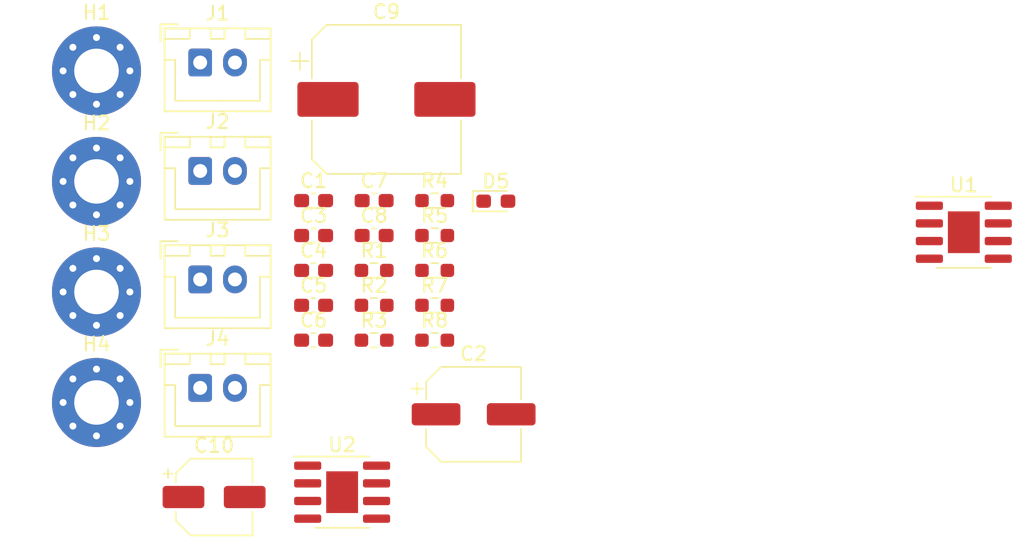
<source format=kicad_pcb>
(kicad_pcb (version 20221018) (generator pcbnew)
  (layers (0 "F.Cu" signal) (31 "B.Cu" signal) (34 "B.Paste" user) (35 "F.Paste" user) (36 "B.SilkS" user "B.Silkscreen") (37 "F.SilkS" user "F.Silkscreen") (38 "B.Mask" user) (39 "F.Mask" user) (44 "Edge.Cuts" user))
  (net 0 "")
  (net 1 "Net-(D3-K)")
  (net 2 "Net-(D3-A)")
  (net 3 "Routeur")
  (net 4 "Net-(U2-FB)")
  (net 5 "Net-(C8-Pad2)")
  (net 6 "Net-(U2-COMP)")
  (net 8 "GND")
  (net 9 "Net-(D2-A)")
  (net 10 "+5V")
  (net 11 "+15V")
  (net 12 "Net-(D1-K)")
  (net 13 "Net-(C4-Pad1)")
  (net 14 "+3.3V")
  (net 15 "Net-(D5-A)")
  (net 16 "Net-(U1-COMP)")
  (net 17 "Net-(U1-FB)")
  (net 18 "Net-(D4-A)")
  (footprint "Package_SO:SOIC-8-1EP_3.9x4.9mm_P1.27mm_EP2.29x3mm" (layer "F.Cu") (at 167.525 56.905)
    (fp_text reference "U1" (at 0 -3.4) (layer "F.SilkS"))
    (fp_text value "MIC3172YM")
    (fp_line (start 0 -2.56) (end -3.45 -2.56) (stroke (width 0.12)) (layer "F.SilkS"))
    (fp_line (start 0 -2.56) (end 1.95 -2.56) (stroke (width 0.12)) (layer "F.SilkS"))
    (fp_line (start 0 2.56) (end -1.95 2.56) (stroke (width 0.12)) (layer "F.SilkS"))
    (fp_line (start 0 2.56) (end 1.95 2.56) (stroke (width 0.12)) (layer "F.SilkS"))
    (pad "1" smd roundrect (at -2.475 -1.905) (size 1.95 0.6) (layers "F.Cu" "F.Paste" "F.Mask") (net 8 "GND"))
    (pad "2" smd roundrect (at -2.475 -0.635) (size 1.95 0.6) (layers "F.Cu" "F.Paste" "F.Mask") (net 16 "Net-(U1-COMP)"))
    (pad "3" smd roundrect (at -2.475 0.635) (size 1.95 0.6) (layers "F.Cu" "F.Paste" "F.Mask") (net 17 "Net-(U1-FB)"))
    (pad "4" smd roundrect (at -2.475 1.905) (size 1.95 0.6) (layers "F.Cu" "F.Paste" "F.Mask") (net 12 "Net-(D1-K)"))
    (pad "5" smd roundrect (at 2.475 1.905) (size 1.95 0.6) (layers "F.Cu" "F.Paste" "F.Mask") (net 12 "Net-(D1-K)"))
    (pad "6" smd roundrect (at 2.475 0.635) (size 1.95 0.6) (layers "F.Cu" "F.Paste" "F.Mask") (net 8 "GND"))
    (pad "7" smd roundrect (at 2.475 -0.635) (size 1.95 0.6) (layers "F.Cu" "F.Paste" "F.Mask") (net 11 "+15V"))
    (pad "8" smd roundrect (at 2.475 -1.905) (size 1.95 0.6) (layers "F.Cu" "F.Paste" "F.Mask") (net 8 "GND"))
    (pad "9" smd rect (at 0 0) (size 2.29 3) (layers "F.Cu" "F.Mask"))
  )
  (footprint "Connector_JST:JST_XH_B2B-XH-A_1x02_P2.50mm_Vertical" (layer "F.Cu") (at 112.65 68.1)
    (fp_text reference "J4" (at 1.25 -3.55) (layer "F.SilkS"))
    (fp_text value "Conn_01x02")
    (fp_line (start -2.85 -2.75) (end -2.85 -1.5) (stroke (width 0.12)) (layer "F.SilkS"))
    (fp_line (start -2.56 -2.46) (end -2.56 3.51) (stroke (width 0.12)) (layer "F.SilkS"))
    (fp_line (start -2.56 3.51) (end 5.06 3.51) (stroke (width 0.12)) (layer "F.SilkS"))
    (fp_line (start -2.55 -2.45) (end -2.55 -1.7) (stroke (width 0.12)) (layer "F.SilkS"))
    (fp_line (start -2.55 -1.7) (end -0.75 -1.7) (stroke (width 0.12)) (layer "F.SilkS"))
    (fp_line (start -2.55 -0.2) (end -1.8 -0.2) (stroke (width 0.12)) (layer "F.SilkS"))
    (fp_line (start -1.8 -0.2) (end -1.8 2.75) (stroke (width 0.12)) (layer "F.SilkS"))
    (fp_line (start -1.8 2.75) (end 1.25 2.75) (stroke (width 0.12)) (layer "F.SilkS"))
    (fp_line (start -1.6 -2.75) (end -2.85 -2.75) (stroke (width 0.12)) (layer "F.SilkS"))
    (fp_line (start -0.75 -2.45) (end -2.55 -2.45) (stroke (width 0.12)) (layer "F.SilkS"))
    (fp_line (start -0.75 -1.7) (end -0.75 -2.45) (stroke (width 0.12)) (layer "F.SilkS"))
    (fp_line (start 0.75 -2.45) (end 0.75 -1.7) (stroke (width 0.12)) (layer "F.SilkS"))
    (fp_line (start 0.75 -1.7) (end 1.75 -1.7) (stroke (width 0.12)) (layer "F.SilkS"))
    (fp_line (start 1.75 -2.45) (end 0.75 -2.45) (stroke (width 0.12)) (layer "F.SilkS"))
    (fp_line (start 1.75 -1.7) (end 1.75 -2.45) (stroke (width 0.12)) (layer "F.SilkS"))
    (fp_line (start 3.25 -2.45) (end 3.25 -1.7) (stroke (width 0.12)) (layer "F.SilkS"))
    (fp_line (start 3.25 -1.7) (end 5.05 -1.7) (stroke (width 0.12)) (layer "F.SilkS"))
    (fp_line (start 4.3 -0.2) (end 4.3 2.75) (stroke (width 0.12)) (layer "F.SilkS"))
    (fp_line (start 4.3 2.75) (end 1.25 2.75) (stroke (width 0.12)) (layer "F.SilkS"))
    (fp_line (start 5.05 -2.45) (end 3.25 -2.45) (stroke (width 0.12)) (layer "F.SilkS"))
    (fp_line (start 5.05 -1.7) (end 5.05 -2.45) (stroke (width 0.12)) (layer "F.SilkS"))
    (fp_line (start 5.05 -0.2) (end 4.3 -0.2) (stroke (width 0.12)) (layer "F.SilkS"))
    (fp_line (start 5.06 -2.46) (end -2.56 -2.46) (stroke (width 0.12)) (layer "F.SilkS"))
    (fp_line (start 5.06 3.51) (end 5.06 -2.46) (stroke (width 0.12)) (layer "F.SilkS"))
    (pad "1" thru_hole roundrect (at 0 0) (size 1.7 2) (drill 1) (layers "*.Cu" "*.Mask") (roundrect_rratio 0.147059) (net 8 "GND"))
    (pad "2" thru_hole oval (at 2.5 0) (size 1.7 2) (drill 1) (layers "*.Cu" "*.Mask") (net 11 "+15V"))
  )
  (footprint "Capacitor_SMD:C_0603_1608Metric_Pad1.08x0.95mm_HandSolder" (layer "F.Cu") (at 125.15 57.14)
    (fp_text reference "C8" (at 0 -1.43) (layer "F.SilkS"))
    (fp_text value "1µF")
    (fp_line (start -0.146267 -0.51) (end 0.146267 -0.51) (stroke (width 0.12)) (layer "F.SilkS"))
    (fp_line (start -0.146267 0.51) (end 0.146267 0.51) (stroke (width 0.12)) (layer "F.SilkS"))
    (pad "1" smd roundrect (at -0.8625 0) (size 1.075 0.95) (layers "F.Cu" "F.Paste" "F.Mask") (net 8 "GND"))
    (pad "2" smd roundrect (at 0.8625 0) (size 1.075 0.95) (layers "F.Cu" "F.Paste" "F.Mask") (net 5 "Net-(C8-Pad2)"))
  )
  (footprint "Capacitor_SMD:C_0603_1608Metric_Pad1.08x0.95mm_HandSolder" (layer "F.Cu") (at 120.8 62.16)
    (fp_text reference "C5" (at 0 -1.43) (layer "F.SilkS"))
    (fp_text value "0.47u")
    (fp_line (start -0.146267 -0.51) (end 0.146267 -0.51) (stroke (width 0.12)) (layer "F.SilkS"))
    (fp_line (start -0.146267 0.51) (end 0.146267 0.51) (stroke (width 0.12)) (layer "F.SilkS"))
    (pad "1" smd roundrect (at -0.8625 0) (size 1.075 0.95) (layers "F.Cu" "F.Paste" "F.Mask") (net 14 "+3.3V"))
    (pad "2" smd roundrect (at 0.8625 0) (size 1.075 0.95) (layers "F.Cu" "F.Paste" "F.Mask") (net 8 "GND"))
  )
  (footprint "LED_SMD:LED_0603_1608Metric_Pad1.05x0.95mm_HandSolder" (layer "F.Cu") (at 133.895 54.67)
    (fp_text reference "D5" (at 0 -1.43) (layer "F.SilkS"))
    (fp_text value "LED")
    (fp_line (start -1.66 -0.735) (end -1.66 0.735) (stroke (width 0.12)) (layer "F.SilkS"))
    (fp_line (start -1.66 0.735) (end 0.8 0.735) (stroke (width 0.12)) (layer "F.SilkS"))
    (fp_line (start 0.8 -0.735) (end -1.66 -0.735) (stroke (width 0.12)) (layer "F.SilkS"))
    (pad "1" smd roundrect (at -0.875 0) (size 1.05 0.95) (layers "F.Cu" "F.Paste" "F.Mask") (net 8 "GND"))
    (pad "2" smd roundrect (at 0.875 0) (size 1.05 0.95) (layers "F.Cu" "F.Paste" "F.Mask") (net 15 "Net-(D5-A)"))
  )
  (footprint "Capacitor_SMD:CP_Elec_5x5.4" (layer "F.Cu") (at 113.65 75.95)
    (fp_text reference "C10" (at 0 -3.7) (layer "F.SilkS"))
    (fp_text value "22uF")
    (fp_line (start -3.625 -1.685) (end -3 -1.685) (stroke (width 0.12)) (layer "F.SilkS"))
    (fp_line (start -3.3125 -1.9975) (end -3.3125 -1.3725) (stroke (width 0.12)) (layer "F.SilkS"))
    (fp_line (start -2.76 -1.695563) (end -2.76 -1.06) (stroke (width 0.12)) (layer "F.SilkS"))
    (fp_line (start -2.76 -1.695563) (end -1.695563 -2.76) (stroke (width 0.12)) (layer "F.SilkS"))
    (fp_line (start -2.76 1.695563) (end -2.76 1.06) (stroke (width 0.12)) (layer "F.SilkS"))
    (fp_line (start -2.76 1.695563) (end -1.695563 2.76) (stroke (width 0.12)) (layer "F.SilkS"))
    (fp_line (start -1.695563 -2.76) (end 2.76 -2.76) (stroke (width 0.12)) (layer "F.SilkS"))
    (fp_line (start -1.695563 2.76) (end 2.76 2.76) (stroke (width 0.12)) (layer "F.SilkS"))
    (fp_line (start 2.76 -2.76) (end 2.76 -1.06) (stroke (width 0.12)) (layer "F.SilkS"))
    (fp_line (start 2.76 2.76) (end 2.76 1.06) (stroke (width 0.12)) (layer "F.SilkS"))
    (pad "1" smd roundrect (at -2.2 0) (size 3 1.6) (layers "F.Cu" "F.Paste" "F.Mask") (roundrect_rratio 0.15625) (net 11 "+15V"))
    (pad "2" smd roundrect (at 2.2 0) (size 3 1.6) (layers "F.Cu" "F.Paste" "F.Mask") (roundrect_rratio 0.15625) (net 3 "Routeur"))
  )
  (footprint "MountingHole:MountingHole_3.2mm_M3_Pad_Via" (layer "F.Cu") (at 105.2 69.15)
    (fp_text reference "H4" (at 0 -4.2) (layer "F.SilkS"))
    (fp_text value "MountingHole_Pad")
    (pad "1" thru_hole circle (at -2.4 0) (size 0.8 0.8) (drill 0.5) (layers "*.Cu" "*.Mask") (net 8 "GND"))
    (pad "1" thru_hole circle (at -1.697056 -1.697056) (size 0.8 0.8) (drill 0.5) (layers "*.Cu" "*.Mask") (net 8 "GND"))
    (pad "1" thru_hole circle (at -1.697056 1.697056) (size 0.8 0.8) (drill 0.5) (layers "*.Cu" "*.Mask") (net 8 "GND"))
    (pad "1" thru_hole circle (at 0 -2.4) (size 0.8 0.8) (drill 0.5) (layers "*.Cu" "*.Mask") (net 8 "GND"))
    (pad "1" thru_hole circle (at 0 0) (size 6.4 6.4) (drill 3.2) (layers "*.Cu" "*.Mask") (net 8 "GND"))
    (pad "1" thru_hole circle (at 0 2.4) (size 0.8 0.8) (drill 0.5) (layers "*.Cu" "*.Mask") (net 8 "GND"))
    (pad "1" thru_hole circle (at 1.697056 -1.697056) (size 0.8 0.8) (drill 0.5) (layers "*.Cu" "*.Mask") (net 8 "GND"))
    (pad "1" thru_hole circle (at 1.697056 1.697056) (size 0.8 0.8) (drill 0.5) (layers "*.Cu" "*.Mask") (net 8 "GND"))
    (pad "1" thru_hole circle (at 2.4 0) (size 0.8 0.8) (drill 0.5) (layers "*.Cu" "*.Mask") (net 8 "GND"))
  )
  (footprint "Capacitor_SMD:C_0603_1608Metric_Pad1.08x0.95mm_HandSolder" (layer "F.Cu") (at 120.8 64.67)
    (fp_text reference "C6" (at 0 -1.43) (layer "F.SilkS"))
    (fp_text value "1 µF")
    (fp_line (start -0.146267 -0.51) (end 0.146267 -0.51) (stroke (width 0.12)) (layer "F.SilkS"))
    (fp_line (start -0.146267 0.51) (end 0.146267 0.51) (stroke (width 0.12)) (layer "F.SilkS"))
    (pad "1" smd roundrect (at -0.8625 0) (size 1.075 0.95) (layers "F.Cu" "F.Paste" "F.Mask") (net 1 "Net-(D3-K)"))
    (pad "2" smd roundrect (at 0.8625 0) (size 1.075 0.95) (layers "F.Cu" "F.Paste" "F.Mask") (net 8 "GND"))
  )
  (footprint "Capacitor_SMD:C_0603_1608Metric_Pad1.08x0.95mm_HandSolder" (layer "F.Cu") (at 120.8 59.65)
    (fp_text reference "C4" (at 0 -1.43) (layer "F.SilkS"))
    (fp_text value "1 µF")
    (fp_line (start -0.146267 -0.51) (end 0.146267 -0.51) (stroke (width 0.12)) (layer "F.SilkS"))
    (fp_line (start -0.146267 0.51) (end 0.146267 0.51) (stroke (width 0.12)) (layer "F.SilkS"))
    (pad "1" smd roundrect (at -0.8625 0) (size 1.075 0.95) (layers "F.Cu" "F.Paste" "F.Mask") (net 13 "Net-(C4-Pad1)"))
    (pad "2" smd roundrect (at 0.8625 0) (size 1.075 0.95) (layers "F.Cu" "F.Paste" "F.Mask") (net 8 "GND"))
  )
  (footprint "Capacitor_SMD:CP_Elec_10x10.5" (layer "F.Cu") (at 126.035 47.35)
    (fp_text reference "C9" (at 0 -6.3) (layer "F.SilkS"))
    (fp_text value "470uF")
    (fp_line (start -6.85 -2.76) (end -5.6 -2.76) (stroke (width 0.12)) (layer "F.SilkS"))
    (fp_line (start -6.225 -3.385) (end -6.225 -2.135) (stroke (width 0.12)) (layer "F.SilkS"))
    (fp_line (start -5.36 -4.295563) (end -5.36 -1.51) (stroke (width 0.12)) (layer "F.SilkS"))
    (fp_line (start -5.36 -4.295563) (end -4.295563 -5.36) (stroke (width 0.12)) (layer "F.SilkS"))
    (fp_line (start -5.36 4.295563) (end -5.36 1.51) (stroke (width 0.12)) (layer "F.SilkS"))
    (fp_line (start -5.36 4.295563) (end -4.295563 5.36) (stroke (width 0.12)) (layer "F.SilkS"))
    (fp_line (start -4.295563 -5.36) (end 5.36 -5.36) (stroke (width 0.12)) (layer "F.SilkS"))
    (fp_line (start -4.295563 5.36) (end 5.36 5.36) (stroke (width 0.12)) (layer "F.SilkS"))
    (fp_line (start 5.36 -5.36) (end 5.36 -1.51) (stroke (width 0.12)) (layer "F.SilkS"))
    (fp_line (start 5.36 5.36) (end 5.36 1.51) (stroke (width 0.12)) (layer "F.SilkS"))
    (pad "1" smd roundrect (at -4.2 0) (size 4.4 2.5) (layers "F.Cu" "F.Paste" "F.Mask") (roundrect_rratio 0.1) (net 4 "Net-(U2-FB)"))
    (pad "2" smd roundrect (at 4.2 0) (size 4.4 2.5) (layers "F.Cu" "F.Paste" "F.Mask") (roundrect_rratio 0.1) (net 8 "GND"))
  )
  (footprint "Capacitor_SMD:C_0603_1608Metric_Pad1.08x0.95mm_HandSolder" (layer "F.Cu") (at 125.15 54.63)
    (fp_text reference "C7" (at 0 -1.43) (layer "F.SilkS"))
    (fp_text value "330uF")
    (fp_line (start -0.146267 -0.51) (end 0.146267 -0.51) (stroke (width 0.12)) (layer "F.SilkS"))
    (fp_line (start -0.146267 0.51) (end 0.146267 0.51) (stroke (width 0.12)) (layer "F.SilkS"))
    (pad "1" smd roundrect (at -0.8625 0) (size 1.075 0.95) (layers "F.Cu" "F.Paste" "F.Mask") (net 10 "+5V"))
    (pad "2" smd roundrect (at 0.8625 0) (size 1.075 0.95) (layers "F.Cu" "F.Paste" "F.Mask") (net 9 "Net-(D2-A)"))
  )
  (footprint "Connector_JST:JST_XH_B2B-XH-A_1x02_P2.50mm_Vertical" (layer "F.Cu") (at 112.65 60.3)
    (fp_text reference "J3" (at 1.25 -3.55) (layer "F.SilkS"))
    (fp_text value "Conn_01x02")
    (fp_line (start -2.85 -2.75) (end -2.85 -1.5) (stroke (width 0.12)) (layer "F.SilkS"))
    (fp_line (start -2.56 -2.46) (end -2.56 3.51) (stroke (width 0.12)) (layer "F.SilkS"))
    (fp_line (start -2.56 3.51) (end 5.06 3.51) (stroke (width 0.12)) (layer "F.SilkS"))
    (fp_line (start -2.55 -2.45) (end -2.55 -1.7) (stroke (width 0.12)) (layer "F.SilkS"))
    (fp_line (start -2.55 -1.7) (end -0.75 -1.7) (stroke (width 0.12)) (layer "F.SilkS"))
    (fp_line (start -2.55 -0.2) (end -1.8 -0.2) (stroke (width 0.12)) (layer "F.SilkS"))
    (fp_line (start -1.8 -0.2) (end -1.8 2.75) (stroke (width 0.12)) (layer "F.SilkS"))
    (fp_line (start -1.8 2.75) (end 1.25 2.75) (stroke (width 0.12)) (layer "F.SilkS"))
    (fp_line (start -1.6 -2.75) (end -2.85 -2.75) (stroke (width 0.12)) (layer "F.SilkS"))
    (fp_line (start -0.75 -2.45) (end -2.55 -2.45) (stroke (width 0.12)) (layer "F.SilkS"))
    (fp_line (start -0.75 -1.7) (end -0.75 -2.45) (stroke (width 0.12)) (layer "F.SilkS"))
    (fp_line (start 0.75 -2.45) (end 0.75 -1.7) (stroke (width 0.12)) (layer "F.SilkS"))
    (fp_line (start 0.75 -1.7) (end 1.75 -1.7) (stroke (width 0.12)) (layer "F.SilkS"))
    (fp_line (start 1.75 -2.45) (end 0.75 -2.45) (stroke (width 0.12)) (layer "F.SilkS"))
    (fp_line (start 1.75 -1.7) (end 1.75 -2.45) (stroke (width 0.12)) (layer "F.SilkS"))
    (fp_line (start 3.25 -2.45) (end 3.25 -1.7) (stroke (width 0.12)) (layer "F.SilkS"))
    (fp_line (start 3.25 -1.7) (end 5.05 -1.7) (stroke (width 0.12)) (layer "F.SilkS"))
    (fp_line (start 4.3 -0.2) (end 4.3 2.75) (stroke (width 0.12)) (layer "F.SilkS"))
    (fp_line (start 4.3 2.75) (end 1.25 2.75) (stroke (width 0.12)) (layer "F.SilkS"))
    (fp_line (start 5.05 -2.45) (end 3.25 -2.45) (stroke (width 0.12)) (layer "F.SilkS"))
    (fp_line (start 5.05 -1.7) (end 5.05 -2.45) (stroke (width 0.12)) (layer "F.SilkS"))
    (fp_line (start 5.05 -0.2) (end 4.3 -0.2) (stroke (width 0.12)) (layer "F.SilkS"))
    (fp_line (start 5.06 -2.46) (end -2.56 -2.46) (stroke (width 0.12)) (layer "F.SilkS"))
    (fp_line (start 5.06 3.51) (end 5.06 -2.46) (stroke (width 0.12)) (layer "F.SilkS"))
    (pad "1" thru_hole roundrect (at 0 0) (size 1.7 2) (drill 1) (layers "*.Cu" "*.Mask") (roundrect_rratio 0.147059) (net 8 "GND"))
    (pad "2" thru_hole oval (at 2.5 0) (size 1.7 2) (drill 1) (layers "*.Cu" "*.Mask") (net 10 "+5V"))
  )
  (footprint "Resistor_SMD:R_0603_1608Metric_Pad0.98x0.95mm_HandSolder" (layer "F.Cu") (at 125.15 62.16)
    (fp_text reference "R2" (at 0 -1.43) (layer "F.SilkS"))
    (fp_text value "1.2 k")
    (fp_line (start -0.254724 -0.5225) (end 0.254724 -0.5225) (stroke (width 0.12)) (layer "F.SilkS"))
    (fp_line (start -0.254724 0.5225) (end 0.254724 0.5225) (stroke (width 0.12)) (layer "F.SilkS"))
    (pad "1" smd roundrect (at -0.9125 0) (size 0.975 0.95) (layers "F.Cu" "F.Paste" "F.Mask") (net 17 "Net-(U1-FB)"))
    (pad "2" smd roundrect (at 0.9125 0) (size 0.975 0.95) (layers "F.Cu" "F.Paste" "F.Mask") (net 8 "GND"))
  )
  (footprint "Resistor_SMD:R_0603_1608Metric_Pad0.98x0.95mm_HandSolder" (layer "F.Cu") (at 125.15 64.67)
    (fp_text reference "R3" (at 0 -1.43) (layer "F.SilkS"))
    (fp_text value "3.7k")
    (fp_line (start -0.254724 -0.5225) (end 0.254724 -0.5225) (stroke (width 0.12)) (layer "F.SilkS"))
    (fp_line (start -0.254724 0.5225) (end 0.254724 0.5225) (stroke (width 0.12)) (layer "F.SilkS"))
    (pad "1" smd roundrect (at -0.9125 0) (size 0.975 0.95) (layers "F.Cu" "F.Paste" "F.Mask") (net 17 "Net-(U1-FB)"))
    (pad "2" smd roundrect (at 0.9125 0) (size 0.975 0.95) (layers "F.Cu" "F.Paste" "F.Mask") (net 1 "Net-(D3-K)"))
  )
  (footprint "MountingHole:MountingHole_3.2mm_M3_Pad_Via" (layer "F.Cu") (at 105.2 45.3)
    (fp_text reference "H1" (at 0 -4.2) (layer "F.SilkS"))
    (fp_text value "MountingHole_Pad")
    (pad "1" thru_hole circle (at -2.4 0) (size 0.8 0.8) (drill 0.5) (layers "*.Cu" "*.Mask") (net 8 "GND"))
    (pad "1" thru_hole circle (at -1.697056 -1.697056) (size 0.8 0.8) (drill 0.5) (layers "*.Cu" "*.Mask") (net 8 "GND"))
    (pad "1" thru_hole circle (at -1.697056 1.697056) (size 0.8 0.8) (drill 0.5) (layers "*.Cu" "*.Mask") (net 8 "GND"))
    (pad "1" thru_hole circle (at 0 -2.4) (size 0.8 0.8) (drill 0.5) (layers "*.Cu" "*.Mask") (net 8 "GND"))
    (pad "1" thru_hole circle (at 0 0) (size 6.4 6.4) (drill 3.2) (layers "*.Cu" "*.Mask") (net 8 "GND"))
    (pad "1" thru_hole circle (at 0 2.4) (size 0.8 0.8) (drill 0.5) (layers "*.Cu" "*.Mask") (net 8 "GND"))
    (pad "1" thru_hole circle (at 1.697056 -1.697056) (size 0.8 0.8) (drill 0.5) (layers "*.Cu" "*.Mask") (net 8 "GND"))
    (pad "1" thru_hole circle (at 1.697056 1.697056) (size 0.8 0.8) (drill 0.5) (layers "*.Cu" "*.Mask") (net 8 "GND"))
    (pad "1" thru_hole circle (at 2.4 0) (size 0.8 0.8) (drill 0.5) (layers "*.Cu" "*.Mask") (net 8 "GND"))
  )
  (footprint "Connector_JST:JST_XH_B2B-XH-A_1x02_P2.50mm_Vertical" (layer "F.Cu") (at 112.65 44.7)
    (fp_text reference "J1" (at 1.25 -3.55) (layer "F.SilkS"))
    (fp_text value "Conn_01x02")
    (fp_line (start -2.85 -2.75) (end -2.85 -1.5) (stroke (width 0.12)) (layer "F.SilkS"))
    (fp_line (start -2.56 -2.46) (end -2.56 3.51) (stroke (width 0.12)) (layer "F.SilkS"))
    (fp_line (start -2.56 3.51) (end 5.06 3.51) (stroke (width 0.12)) (layer "F.SilkS"))
    (fp_line (start -2.55 -2.45) (end -2.55 -1.7) (stroke (width 0.12)) (layer "F.SilkS"))
    (fp_line (start -2.55 -1.7) (end -0.75 -1.7) (stroke (width 0.12)) (layer "F.SilkS"))
    (fp_line (start -2.55 -0.2) (end -1.8 -0.2) (stroke (width 0.12)) (layer "F.SilkS"))
    (fp_line (start -1.8 -0.2) (end -1.8 2.75) (stroke (width 0.12)) (layer "F.SilkS"))
    (fp_line (start -1.8 2.75) (end 1.25 2.75) (stroke (width 0.12)) (layer "F.SilkS"))
    (fp_line (start -1.6 -2.75) (end -2.85 -2.75) (stroke (width 0.12)) (layer "F.SilkS"))
    (fp_line (start -0.75 -2.45) (end -2.55 -2.45) (stroke (width 0.12)) (layer "F.SilkS"))
    (fp_line (start -0.75 -1.7) (end -0.75 -2.45) (stroke (width 0.12)) (layer "F.SilkS"))
    (fp_line (start 0.75 -2.45) (end 0.75 -1.7) (stroke (width 0.12)) (layer "F.SilkS"))
    (fp_line (start 0.75 -1.7) (end 1.75 -1.7) (stroke (width 0.12)) (layer "F.SilkS"))
    (fp_line (start 1.75 -2.45) (end 0.75 -2.45) (stroke (width 0.12)) (layer "F.SilkS"))
    (fp_line (start 1.75 -1.7) (end 1.75 -2.45) (stroke (width 0.12)) (layer "F.SilkS"))
    (fp_line (start 3.25 -2.45) (end 3.25 -1.7) (stroke (width 0.12)) (layer "F.SilkS"))
    (fp_line (start 3.25 -1.7) (end 5.05 -1.7) (stroke (width 0.12)) (layer "F.SilkS"))
    (fp_line (start 4.3 -0.2) (end 4.3 2.75) (stroke (width 0.12)) (layer "F.SilkS"))
    (fp_line (start 4.3 2.75) (end 1.25 2.75) (stroke (width 0.12)) (layer "F.SilkS"))
    (fp_line (start 5.05 -2.45) (end 3.25 -2.45) (stroke (width 0.12)) (layer "F.SilkS"))
    (fp_line (start 5.05 -1.7) (end 5.05 -2.45) (stroke (width 0.12)) (layer "F.SilkS"))
    (fp_line (start 5.05 -0.2) (end 4.3 -0.2) (stroke (width 0.12)) (layer "F.SilkS"))
    (fp_line (start 5.06 -2.46) (end -2.56 -2.46) (stroke (width 0.12)) (layer "F.SilkS"))
    (fp_line (start 5.06 3.51) (end 5.06 -2.46) (stroke (width 0.12)) (layer "F.SilkS"))
    (pad "1" thru_hole roundrect (at 0 0) (size 1.7 2) (drill 1) (layers "*.Cu" "*.Mask") (roundrect_rratio 0.147059) (net 8 "GND"))
    (pad "2" thru_hole oval (at 2.5 0) (size 1.7 2) (drill 1) (layers "*.Cu" "*.Mask") (net 14 "+3.3V"))
  )
  (footprint "Capacitor_SMD:C_0603_1608Metric_Pad1.08x0.95mm_HandSolder" (layer "F.Cu") (at 120.8 57.14)
    (fp_text reference "C3" (at 0 -1.43) (layer "F.SilkS"))
    (fp_text value "2.2 µF")
    (fp_line (start -0.146267 -0.51) (end 0.146267 -0.51) (stroke (width 0.12)) (layer "F.SilkS"))
    (fp_line (start -0.146267 0.51) (end 0.146267 0.51) (stroke (width 0.12)) (layer "F.SilkS"))
    (pad "1" smd roundrect (at -0.8625 0) (size 1.075 0.95) (layers "F.Cu" "F.Paste" "F.Mask") (net 12 "Net-(D1-K)"))
    (pad "2" smd roundrect (at 0.8625 0) (size 1.075 0.95) (layers "F.Cu" "F.Paste" "F.Mask") (net 8 "GND"))
  )
  (footprint "Capacitor_SMD:CP_Elec_6.3x7.7" (layer "F.Cu") (at 132.3 70)
    (fp_text reference "C2" (at 0 -4.35) (layer "F.SilkS"))
    (fp_text value "100uF")
    (fp_line (start -4.4375 -1.8475) (end -3.65 -1.8475) (stroke (width 0.12)) (layer "F.SilkS"))
    (fp_line (start -4.04375 -2.24125) (end -4.04375 -1.45375) (stroke (width 0.12)) (layer "F.SilkS"))
    (fp_line (start -3.41 -2.345563) (end -3.41 -1.06) (stroke (width 0.12)) (layer "F.SilkS"))
    (fp_line (start -3.41 -2.345563) (end -2.345563 -3.41) (stroke (width 0.12)) (layer "F.SilkS"))
    (fp_line (start -3.41 2.345563) (end -3.41 1.06) (stroke (width 0.12)) (layer "F.SilkS"))
    (fp_line (start -3.41 2.345563) (end -2.345563 3.41) (stroke (width 0.12)) (layer "F.SilkS"))
    (fp_line (start -2.345563 -3.41) (end 3.41 -3.41) (stroke (width 0.12)) (layer "F.SilkS"))
    (fp_line (start -2.345563 3.41) (end 3.41 3.41) (stroke (width 0.12)) (layer "F.SilkS"))
    (fp_line (start 3.41 -3.41) (end 3.41 -1.06) (stroke (width 0.12)) (layer "F.SilkS"))
    (fp_line (start 3.41 3.41) (end 3.41 1.06) (stroke (width 0.12)) (layer "F.SilkS"))
    (pad "1" smd roundrect (at -2.7 0) (size 3.5 1.6) (layers "F.Cu" "F.Paste" "F.Mask") (roundrect_rratio 0.15625) (net 11 "+15V"))
    (pad "2" smd roundrect (at 2.7 0) (size 3.5 1.6) (layers "F.Cu" "F.Paste" "F.Mask") (roundrect_rratio 0.15625) (net 9 "Net-(D2-A)"))
  )
  (footprint "Package_SO:SOIC-8-1EP_3.9x4.9mm_P1.27mm_EP2.29x3mm" (layer "F.Cu") (at 122.85 75.6)
    (fp_text reference "U2" (at 0 -3.4) (layer "F.SilkS"))
    (fp_text value "MIC3172YM")
    (fp_line (start 0 -2.56) (end -3.45 -2.56) (stroke (width 0.12)) (layer "F.SilkS"))
    (fp_line (start 0 -2.56) (end 1.95 -2.56) (stroke (width 0.12)) (layer "F.SilkS"))
    (fp_line (start 0 2.56) (end -1.95 2.56) (stroke (width 0.12)) (layer "F.SilkS"))
    (fp_line (start 0 2.56) (end 1.95 2.56) (stroke (width 0.12)) (layer "F.SilkS"))
    (pad "1" smd roundrect (at -2.475 -1.905) (size 1.95 0.6) (layers "F.Cu" "F.Paste" "F.Mask") (net 8 "GND"))
    (pad "2" smd roundrect (at -2.475 -0.635) (size 1.95 0.6) (layers "F.Cu" "F.Paste" "F.Mask") (net 6 "Net-(U2-COMP)"))
    (pad "3" smd roundrect (at -2.475 0.635) (size 1.95 0.6) (layers "F.Cu" "F.Paste" "F.Mask") (net 4 "Net-(U2-FB)"))
    (pad "4" smd roundrect (at -2.475 1.905) (size 1.95 0.6) (layers "F.Cu" "F.Paste" "F.Mask"))
    (pad "5" smd roundrect (at 2.475 1.905) (size 1.95 0.6) (layers "F.Cu" "F.Paste" "F.Mask") (net 11 "+15V"))
    (pad "6" smd roundrect (at 2.475 0.635) (size 1.95 0.6) (layers "F.Cu" "F.Paste" "F.Mask") (net 8 "GND"))
    (pad "7" smd roundrect (at 2.475 -0.635) (size 1.95 0.6) (layers "F.Cu" "F.Paste" "F.Mask") (net 18 "Net-(D4-A)"))
    (pad "8" smd roundrect (at 2.475 -1.905) (size 1.95 0.6) (layers "F.Cu" "F.Paste" "F.Mask") (net 8 "GND"))
    (pad "9" smd rect (at 0 0) (size 2.29 3) (layers "F.Cu" "F.Mask"))
  )
  (footprint "Resistor_SMD:R_0603_1608Metric_Pad0.98x0.95mm_HandSolder" (layer "F.Cu") (at 129.5 54.63)
    (fp_text reference "R4" (at 0 -1.43) (layer "F.SilkS"))
    (fp_text value "10Ω")
    (fp_line (start -0.254724 -0.5225) (end 0.254724 -0.5225) (stroke (width 0.12)) (layer "F.SilkS"))
    (fp_line (start -0.254724 0.5225) (end 0.254724 0.5225) (stroke (width 0.12)) (layer "F.SilkS"))
    (pad "1" smd roundrect (at -0.9125 0) (size 0.975 0.95) (layers "F.Cu" "F.Paste" "F.Mask") (net 2 "Net-(D3-A)"))
    (pad "2" smd roundrect (at 0.9125 0) (size 0.975 0.95) (layers "F.Cu" "F.Paste" "F.Mask") (net 10 "+5V"))
  )
  (footprint "Resistor_SMD:R_0603_1608Metric_Pad0.98x0.95mm_HandSolder" (layer "F.Cu") (at 129.5 59.65)
    (fp_text reference "R6" (at 0 -1.43) (layer "F.SilkS"))
    (fp_text value "10.7")
    (fp_line (start -0.254724 -0.5225) (end 0.254724 -0.5225) (stroke (width 0.12)) (layer "F.SilkS"))
    (fp_line (start -0.254724 0.5225) (end 0.254724 0.5225) (stroke (width 0.12)) (layer "F.SilkS"))
    (pad "1" smd roundrect (at -0.9125 0) (size 0.975 0.95) (layers "F.Cu" "F.Paste" "F.Mask") (net 3 "Routeur"))
    (pad "2" smd roundrect (at 0.9125 0) (size 0.975 0.95) (layers "F.Cu" "F.Paste" "F.Mask") (net 4 "Net-(U2-FB)"))
  )
  (footprint "MountingHole:MountingHole_3.2mm_M3_Pad_Via" (layer "F.Cu") (at 105.2 53.25)
    (fp_text reference "H2" (at 0 -4.2) (layer "F.SilkS"))
    (fp_text value "MountingHole_Pad")
    (pad "1" thru_hole circle (at -2.4 0) (size 0.8 0.8) (drill 0.5) (layers "*.Cu" "*.Mask") (net 8 "GND"))
    (pad "1" thru_hole circle (at -1.697056 -1.697056) (size 0.8 0.8) (drill 0.5) (layers "*.Cu" "*.Mask") (net 8 "GND"))
    (pad "1" thru_hole circle (at -1.697056 1.697056) (size 0.8 0.8) (drill 0.5) (layers "*.Cu" "*.Mask") (net 8 "GND"))
    (pad "1" thru_hole circle (at 0 -2.4) (size 0.8 0.8) (drill 0.5) (layers "*.Cu" "*.Mask") (net 8 "GND"))
    (pad "1" thru_hole circle (at 0 0) (size 6.4 6.4) (drill 3.2) (layers "*.Cu" "*.Mask") (net 8 "GND"))
    (pad "1" thru_hole circle (at 0 2.4) (size 0.8 0.8) (drill 0.5) (layers "*.Cu" "*.Mask") (net 8 "GND"))
    (pad "1" thru_hole circle (at 1.697056 -1.697056) (size 0.8 0.8) (drill 0.5) (layers "*.Cu" "*.Mask") (net 8 "GND"))
    (pad "1" thru_hole circle (at 1.697056 1.697056) (size 0.8 0.8) (drill 0.5) (layers "*.Cu" "*.Mask") (net 8 "GND"))
    (pad "1" thru_hole circle (at 2.4 0) (size 0.8 0.8) (drill 0.5) (layers "*.Cu" "*.Mask") (net 8 "GND"))
  )
  (footprint "Resistor_SMD:R_0603_1608Metric_Pad0.98x0.95mm_HandSolder" (layer "F.Cu") (at 129.5 57.14)
    (fp_text reference "R5" (at 0 -1.43) (layer "F.SilkS"))
    (fp_text value "1k")
    (fp_line (start -0.254724 -0.5225) (end 0.254724 -0.5225) (stroke (width 0.12)) (layer "F.SilkS"))
    (fp_line (start -0.254724 0.5225) (end 0.254724 0.5225) (stroke (width 0.12)) (layer "F.SilkS"))
    (pad "1" smd roundrect (at -0.9125 0) (size 0.975 0.95) (layers "F.Cu" "F.Paste" "F.Mask") (net 6 "Net-(U2-COMP)"))
    (pad "2" smd roundrect (at 0.9125 0) (size 0.975 0.95) (layers "F.Cu" "F.Paste" "F.Mask") (net 5 "Net-(C8-Pad2)"))
  )
  (footprint "Resistor_SMD:R_0603_1608Metric_Pad0.98x0.95mm_HandSolder" (layer "F.Cu") (at 129.5 62.16)
    (fp_text reference "R7" (at 0 -1.43) (layer "F.SilkS"))
    (fp_text value "1.24k")
    (fp_line (start -0.254724 -0.5225) (end 0.254724 -0.5225) (stroke (width 0.12)) (layer "F.SilkS"))
    (fp_line (start -0.254724 0.5225) (end 0.254724 0.5225) (stroke (width 0.12)) (layer "F.SilkS"))
    (pad "1" smd roundrect (at -0.9125 0) (size 0.975 0.95) (layers "F.Cu" "F.Paste" "F.Mask") (net 4 "Net-(U2-FB)"))
    (pad "2" smd roundrect (at 0.9125 0) (size 0.975 0.95) (layers "F.Cu" "F.Paste" "F.Mask") (net 8 "GND"))
  )
  (footprint "Capacitor_SMD:C_0603_1608Metric_Pad1.08x0.95mm_HandSolder" (layer "F.Cu") (at 120.8 54.63)
    (fp_text reference "C1" (at 0 -1.43) (layer "F.SilkS"))
    (fp_text value "0.47u")
    (fp_line (start -0.146267 -0.51) (end 0.146267 -0.51) (stroke (width 0.12)) (layer "F.SilkS"))
    (fp_line (start -0.146267 0.51) (end 0.146267 0.51) (stroke (width 0.12)) (layer "F.SilkS"))
    (pad "1" smd roundrect (at -0.8625 0) (size 1.075 0.95) (layers "F.Cu" "F.Paste" "F.Mask") (net 10 "+5V"))
    (pad "2" smd roundrect (at 0.8625 0) (size 1.075 0.95) (layers "F.Cu" "F.Paste" "F.Mask") (net 8 "GND"))
  )
  (footprint "MountingHole:MountingHole_3.2mm_M3_Pad_Via" (layer "F.Cu") (at 105.2 61.2)
    (fp_text reference "H3" (at 0 -4.2) (layer "F.SilkS"))
    (fp_text value "MountingHole_Pad")
    (pad "1" thru_hole circle (at -2.4 0) (size 0.8 0.8) (drill 0.5) (layers "*.Cu" "*.Mask") (net 8 "GND"))
    (pad "1" thru_hole circle (at -1.697056 -1.697056) (size 0.8 0.8) (drill 0.5) (layers "*.Cu" "*.Mask") (net 8 "GND"))
    (pad "1" thru_hole circle (at -1.697056 1.697056) (size 0.8 0.8) (drill 0.5) (layers "*.Cu" "*.Mask") (net 8 "GND"))
    (pad "1" thru_hole circle (at 0 -2.4) (size 0.8 0.8) (drill 0.5) (layers "*.Cu" "*.Mask") (net 8 "GND"))
    (pad "1" thru_hole circle (at 0 0) (size 6.4 6.4) (drill 3.2) (layers "*.Cu" "*.Mask") (net 8 "GND"))
    (pad "1" thru_hole circle (at 0 2.4) (size 0.8 0.8) (drill 0.5) (layers "*.Cu" "*.Mask") (net 8 "GND"))
    (pad "1" thru_hole circle (at 1.697056 -1.697056) (size 0.8 0.8) (drill 0.5) (layers "*.Cu" "*.Mask") (net 8 "GND"))
    (pad "1" thru_hole circle (at 1.697056 1.697056) (size 0.8 0.8) (drill 0.5) (layers "*.Cu" "*.Mask") (net 8 "GND"))
    (pad "1" thru_hole circle (at 2.4 0) (size 0.8 0.8) (drill 0.5) (layers "*.Cu" "*.Mask") (net 8 "GND"))
  )
  (footprint "Resistor_SMD:R_0603_1608Metric_Pad0.98x0.95mm_HandSolder" (layer "F.Cu") (at 129.5 64.67)
    (fp_text reference "R8" (at 0 -1.43) (layer "F.SilkS"))
    (fp_text value "1k")
    (fp_line (start -0.254724 -0.5225) (end 0.254724 -0.5225) (stroke (width 0.12)) (layer "F.SilkS"))
    (fp_line (start -0.254724 0.5225) (end 0.254724 0.5225) (stroke (width 0.12)) (layer "F.SilkS"))
    (pad "1" smd roundrect (at -0.9125 0) (size 0.975 0.95) (layers "F.Cu" "F.Paste" "F.Mask") (net 11 "+15V"))
    (pad "2" smd roundrect (at 0.9125 0) (size 0.975 0.95) (layers "F.Cu" "F.Paste" "F.Mask") (net 15 "Net-(D5-A)"))
  )
  (footprint "Resistor_SMD:R_0603_1608Metric_Pad0.98x0.95mm_HandSolder" (layer "F.Cu") (at 125.15 59.65)
    (fp_text reference "R1" (at 0 -1.43) (layer "F.SilkS"))
    (fp_text value "470")
    (fp_line (start -0.254724 -0.5225) (end 0.254724 -0.5225) (stroke (width 0.12)) (layer "F.SilkS"))
    (fp_line (start -0.254724 0.5225) (end 0.254724 0.5225) (stroke (width 0.12)) (layer "F.SilkS"))
    (pad "1" smd roundrect (at -0.9125 0) (size 0.975 0.95) (layers "F.Cu" "F.Paste" "F.Mask") (net 16 "Net-(U1-COMP)"))
    (pad "2" smd roundrect (at 0.9125 0) (size 0.975 0.95) (layers "F.Cu" "F.Paste" "F.Mask") (net 13 "Net-(C4-Pad1)"))
  )
  (footprint "Connector_JST:JST_XH_B2B-XH-A_1x02_P2.50mm_Vertical" (layer "F.Cu") (at 112.65 52.5)
    (fp_text reference "J2" (at 1.25 -3.55) (layer "F.SilkS"))
    (fp_text value "Conn_01x02")
    (fp_line (start -2.85 -2.75) (end -2.85 -1.5) (stroke (width 0.12)) (layer "F.SilkS"))
    (fp_line (start -2.56 -2.46) (end -2.56 3.51) (stroke (width 0.12)) (layer "F.SilkS"))
    (fp_line (start -2.56 3.51) (end 5.06 3.51) (stroke (width 0.12)) (layer "F.SilkS"))
    (fp_line (start -2.55 -2.45) (end -2.55 -1.7) (stroke (width 0.12)) (layer "F.SilkS"))
    (fp_line (start -2.55 -1.7) (end -0.75 -1.7) (stroke (width 0.12)) (layer "F.SilkS"))
    (fp_line (start -2.55 -0.2) (end -1.8 -0.2) (stroke (width 0.12)) (layer "F.SilkS"))
    (fp_line (start -1.8 -0.2) (end -1.8 2.75) (stroke (width 0.12)) (layer "F.SilkS"))
    (fp_line (start -1.8 2.75) (end 1.25 2.75) (stroke (width 0.12)) (layer "F.SilkS"))
    (fp_line (start -1.6 -2.75) (end -2.85 -2.75) (stroke (width 0.12)) (layer "F.SilkS"))
    (fp_line (start -0.75 -2.45) (end -2.55 -2.45) (stroke (width 0.12)) (layer "F.SilkS"))
    (fp_line (start -0.75 -1.7) (end -0.75 -2.45) (stroke (width 0.12)) (layer "F.SilkS"))
    (fp_line (start 0.75 -2.45) (end 0.75 -1.7) (stroke (width 0.12)) (layer "F.SilkS"))
    (fp_line (start 0.75 -1.7) (end 1.75 -1.7) (stroke (width 0.12)) (layer "F.SilkS"))
    (fp_line (start 1.75 -2.45) (end 0.75 -2.45) (stroke (width 0.12)) (layer "F.SilkS"))
    (fp_line (start 1.75 -1.7) (end 1.75 -2.45) (stroke (width 0.12)) (layer "F.SilkS"))
    (fp_line (start 3.25 -2.45) (end 3.25 -1.7) (stroke (width 0.12)) (layer "F.SilkS"))
    (fp_line (start 3.25 -1.7) (end 5.05 -1.7) (stroke (width 0.12)) (layer "F.SilkS"))
    (fp_line (start 4.3 -0.2) (end 4.3 2.75) (stroke (width 0.12)) (layer "F.SilkS"))
    (fp_line (start 4.3 2.75) (end 1.25 2.75) (stroke (width 0.12)) (layer "F.SilkS"))
    (fp_line (start 5.05 -2.45) (end 3.25 -2.45) (stroke (width 0.12)) (layer "F.SilkS"))
    (fp_line (start 5.05 -1.7) (end 5.05 -2.45) (stroke (width 0.12)) (layer "F.SilkS"))
    (fp_line (start 5.05 -0.2) (end 4.3 -0.2) (stroke (width 0.12)) (layer "F.SilkS"))
    (fp_line (start 5.06 -2.46) (end -2.56 -2.46) (stroke (width 0.12)) (layer "F.SilkS"))
    (fp_line (start 5.06 3.51) (end 5.06 -2.46) (stroke (width 0.12)) (layer "F.SilkS"))
    (pad "1" thru_hole roundrect (at 0 0) (size 1.7 2) (drill 1) (layers "*.Cu" "*.Mask") (roundrect_rratio 0.147059) (net 8 "GND"))
    (pad "2" thru_hole oval (at 2.5 0) (size 1.7 2) (drill 1) (layers "*.Cu" "*.Mask") (net 10 "+5V"))
  )
)
</source>
